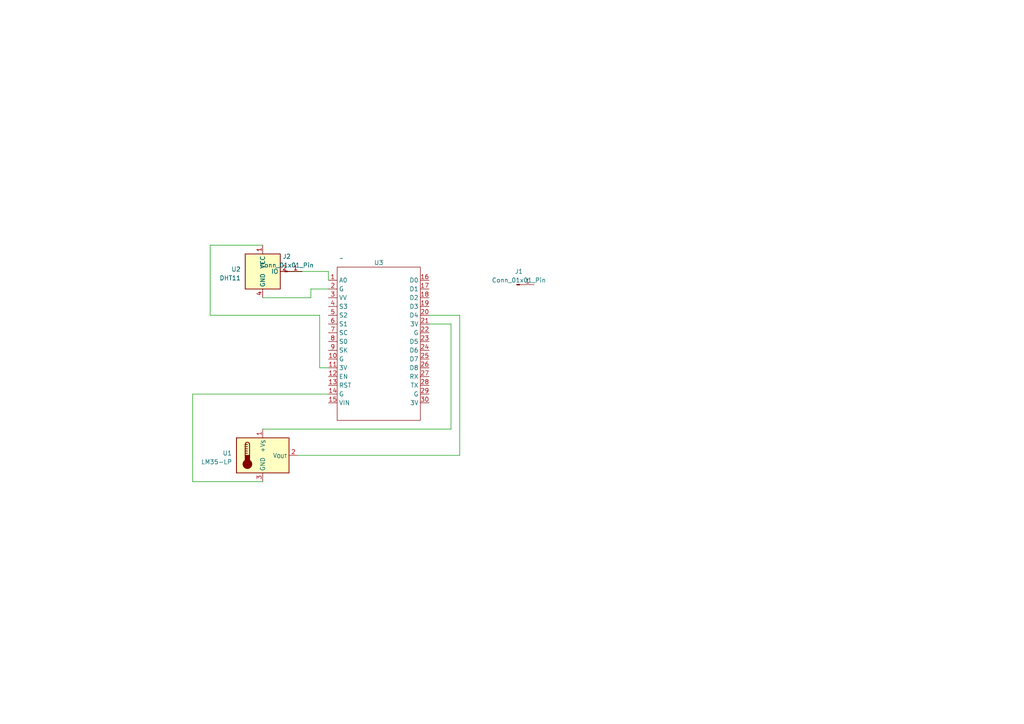
<source format=kicad_sch>
(kicad_sch (version 20230121) (generator eeschema)
  (paper "A4")
  (lib_symbols
    (symbol "Connector:Conn_01x01_Pin" (pin_names (offset 1.016) hide)
      (property "Reference" "J" (at 0 2.54 0))
      (property "Value" "Conn_01x01_Pin" (at 0 -2.54 0))
      (symbol "Conn_01x01_Pin_1_1"
        (polyline (pts (xy 1.27 0) (xy 0.8636 0)) (stroke (width 0.1524)))
        (rectangle (start 0.8636 0.127) (end 0 -0.127) (stroke (width 0.1524)) (fill (type outline)))
        (pin passive line (at 5.08 0 180) (length 3.81) (name "Pin_1") (number "1"))
      )
    )
    (symbol "Sensor:DHT11"
      (property "Reference" "U" (at -3.81 6.35 0))
      (property "Value" "DHT11" (at 3.81 6.35 0))
      (symbol "DHT11_0_1"
        (rectangle (start -5.08 5.08) (end 5.08 -5.08) (stroke (width 0.254)) (fill (type background)))
      )
      (symbol "DHT11_1_1"
        (pin power_in line (at 0 7.62 270) (length 2.54) (name "VCC") (number "1"))
        (pin bidirectional line (at 7.62 0 180) (length 2.54) (name "IO") (number "2"))
        (pin no_connect line (at -5.08 0 0) (length 2.54) hide (name "NC") (number "3"))
        (pin power_in line (at 0 -7.62 90) (length 2.54) (name "GND") (number "4"))
      )
    )
    (symbol "Sensor_Temperature:LM35-LP"
      (property "Reference" "U" (at -6.35 6.35 0))
      (property "Value" "LM35-LP" (at 1.27 6.35 0))
      (symbol "LM35-LP_0_1"
        (rectangle (start -7.62 5.08) (end 7.62 -5.08) (stroke (width 0.254)) (fill (type background)))
        (circle (center -4.445 -2.54) (radius 1.27) (stroke (width 0.254)) (fill (type outline)))
        (rectangle (start -3.81 -1.905) (end -5.08 0) (stroke (width 0.254)) (fill (type outline)))
        (arc (start -3.81 3.175) (mid -4.445 3.8073) (end -5.08 3.175) (stroke (width 0.254)))
        (polyline (pts (xy -5.08 0.635) (xy -4.445 0.635)) (stroke (width 0.254)))
        (polyline (pts (xy -5.08 1.27) (xy -4.445 1.27)) (stroke (width 0.254)))
        (polyline (pts (xy -5.08 1.905) (xy -4.445 1.905)) (stroke (width 0.254)))
        (polyline (pts (xy -5.08 2.54) (xy -4.445 2.54)) (stroke (width 0.254)))
        (polyline (pts (xy -5.08 3.175) (xy -5.08 0)) (stroke (width 0.254)))
        (polyline (pts (xy -5.08 3.175) (xy -4.445 3.175)) (stroke (width 0.254)))
        (polyline (pts (xy -3.81 3.175) (xy -3.81 0)) (stroke (width 0.254)))
      )
      (symbol "LM35-LP_1_1"
        (pin power_in line (at 0 7.62 270) (length 2.54) (name "+V_{S}") (number "1"))
        (pin output line (at 10.16 0 180) (length 2.54) (name "V_{OUT}") (number "2"))
        (pin power_in line (at 0 -7.62 90) (length 2.54) (name "GND") (number "3"))
      )
    )
    (symbol "esp8266-shape:esp82h"
      (property "Reference" "U" (at 0 0 0))
      (symbol "esp82h_0_1"
        (rectangle (start -1.27 -2.54) (end 22.86 -46.99))
      )
      (symbol "esp82h_1_1"
        (pin bidirectional line (at -3.81 -6.35 0) (length 2.54) (name "A0") (number "1"))
        (pin bidirectional line (at -3.81 -29.21 0) (length 2.54) (name "G") (number "10"))
        (pin bidirectional line (at -3.81 -31.75 0) (length 2.54) (name "3V") (number "11"))
        (pin bidirectional line (at -3.81 -34.29 0) (length 2.54) (name "EN") (number "12"))
        (pin bidirectional line (at -3.81 -36.83 0) (length 2.54) (name "RST") (number "13"))
        (pin bidirectional line (at -3.81 -39.37 0) (length 2.54) (name "G") (number "14"))
        (pin bidirectional line (at -3.81 -41.91 0) (length 2.54) (name "VIN") (number "15"))
        (pin bidirectional line (at 25.4 -6.35 180) (length 2.54) (name "D0") (number "16"))
        (pin bidirectional line (at 25.4 -8.89 180) (length 2.54) (name "D1") (number "17"))
        (pin bidirectional line (at 25.4 -11.43 180) (length 2.54) (name "D2") (number "18"))
        (pin bidirectional line (at 25.4 -13.97 180) (length 2.54) (name "D3") (number "19"))
        (pin bidirectional line (at -3.81 -8.89 0) (length 2.54) (name "G") (number "2"))
        (pin bidirectional line (at 25.4 -16.51 180) (length 2.54) (name "D4") (number "20"))
        (pin bidirectional line (at 25.4 -19.05 180) (length 2.54) (name "3V") (number "21"))
        (pin bidirectional line (at 25.4 -21.59 180) (length 2.54) (name "G") (number "22"))
        (pin bidirectional line (at 25.4 -24.13 180) (length 2.54) (name "D5") (number "23"))
        (pin bidirectional line (at 25.4 -26.67 180) (length 2.54) (name "D6") (number "24"))
        (pin bidirectional line (at 25.4 -29.21 180) (length 2.54) (name "D7") (number "25"))
        (pin bidirectional line (at 25.4 -31.75 180) (length 2.54) (name "D8") (number "26"))
        (pin bidirectional line (at 25.4 -34.29 180) (length 2.54) (name "RX") (number "27"))
        (pin bidirectional line (at 25.4 -36.83 180) (length 2.54) (name "TX") (number "28"))
        (pin bidirectional line (at 25.4 -39.37 180) (length 2.54) (name "G") (number "29"))
        (pin bidirectional line (at -3.81 -11.43 0) (length 2.54) (name "VV") (number "3"))
        (pin bidirectional line (at 25.4 -41.91 180) (length 2.54) (name "3V") (number "30"))
        (pin bidirectional line (at -3.81 -13.97 0) (length 2.54) (name "S3") (number "4"))
        (pin bidirectional line (at -3.81 -16.51 0) (length 2.54) (name "S2") (number "5"))
        (pin bidirectional line (at -3.81 -19.05 0) (length 2.54) (name "S1") (number "6"))
        (pin bidirectional line (at -3.81 -21.59 0) (length 2.54) (name "SC") (number "7"))
        (pin bidirectional line (at -3.81 -24.13 0) (length 2.54) (name "S0") (number "8"))
        (pin bidirectional line (at -3.81 -26.67 0) (length 2.54) (name "SK") (number "9"))
      )
    )
  )
  (wire (pts (xy 130.81 124.46) (xy 130.81 93.98)))
  (wire (pts (xy 92.71 106.68) (xy 95.25 106.68)))
  (wire (pts (xy 133.35 132.08) (xy 133.35 91.44)))
  (wire (pts (xy 124.46 93.98) (xy 130.81 93.98)))
  (wire (pts (xy 95.25 78.74) (xy 95.25 81.28)))
  (wire (pts (xy 76.2 86.36) (xy 90.17 86.36)))
  (wire (pts (xy 133.35 91.44) (xy 124.46 91.44)))
  (wire (pts (xy 76.2 71.12) (xy 60.96 71.12)))
  (wire (pts (xy 86.36 132.08) (xy 133.35 132.08)))
  (wire (pts (xy 90.17 86.36) (xy 90.17 83.82)))
  (wire (pts (xy 90.17 83.82) (xy 95.25 83.82)))
  (wire (pts (xy 76.2 139.7) (xy 55.88 139.7)))
  (wire (pts (xy 83.82 78.74) (xy 95.25 78.74)))
  (wire (pts (xy 55.88 139.7) (xy 55.88 114.3)))
  (wire (pts (xy 55.88 114.3) (xy 95.25 114.3)))
  (wire (pts (xy 60.96 71.12) (xy 60.96 91.44)))
  (wire (pts (xy 92.71 91.44) (xy 92.71 106.68)))
  (wire (pts (xy 60.96 91.44) (xy 92.71 91.44)))
  (wire (pts (xy 76.2 124.46) (xy 130.81 124.46)))
  (symbol (lib_id "Connector:Conn_01x01_Pin") (at 149.86 82.55 0) (unit 1)
    (property "Reference" "J1" (at 150.495 78.74 0))
    (property "Value" "Conn_01x01_Pin" (at 150.495 81.28 0))
  )
  (symbol (lib_id "Sensor:DHT11") (at 76.2 78.74 0) (unit 1)
    (property "Reference" "U2" (at 69.85 78.105 0) (effects (justify right)))
    (property "Value" "DHT11" (at 69.85 80.645 0) (effects (justify right)))
    (property "Footprint" "Sensor:Aosong_DHT11_5.5x12.0_P2.54mm" (effects hide))
    (property "Datasheet" "http://akizukidenshi.com/download/ds/aosong/DHT11.pdf" (effects hide))
  )
  (symbol (lib_id "esp8266-shape:esp82h") (at 99.06 74.93 0) (unit 1)
    (property "Reference" "U3" (at 109.855 76.2 0))
    (property "Value" "~" (at 99.06 74.93 0))
  )
  (symbol (lib_id "Sensor_Temperature:LM35-LP") (at 76.2 132.08 0) (unit 1)
    (property "Reference" "U1" (at 67.31 131.445 0) (effects (justify right)))
    (property "Value" "LM35-LP" (at 67.31 133.985 0) (effects (justify right)))
    (property "Footprint" "Package_TO_SOT_THT:TO-92_Inline" (effects hide))
    (property "Datasheet" "http://www.ti.com/lit/ds/symlink/lm35.pdf" (effects hide))
  )
  (symbol (lib_id "Connector:Conn_01x01_Pin") (at 82.55 78.74 0) (unit 1)
    (property "Reference" "J2" (at 83.185 74.3905 0))
    (property "Value" "Conn_01x01_Pin" (at 83.185 76.9305 0))
  )
)
</source>
